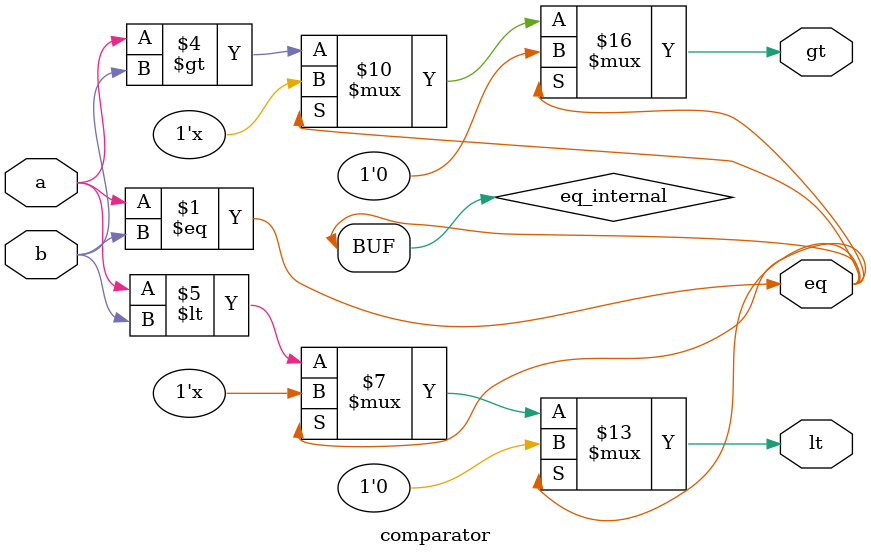
<source format=v>
module comparator #(
	parameter IP_WIDTH = 1,
	parameter IS_SIGNED = 0
) (
	input wire [IP_WIDTH-1:0] a,
	input wire [IP_WIDTH-1:0] b,
	output reg gt,
	output reg lt,
	output reg eq
);

	wire eq_internal = (a == b);

	always @(*) begin
		eq = eq_internal;
		gt = 1'b0;
		lt = 1'b0;

		if (!eq_internal) begin
			if (!IS_SIGNED) begin
				gt = (a > b);
				lt = (a < b);
			end
			else begin
				if (a[IP_WIDTH-1] ^ b[IP_WIDTH-1]) begin
					gt = ~a[IP_WIDTH-1];
					lt = a[IP_WIDTH-1];
				end
				else begin
					gt = (a > b);
					lt = (a < b);
				end
			end
		end
	end

endmodule

</source>
